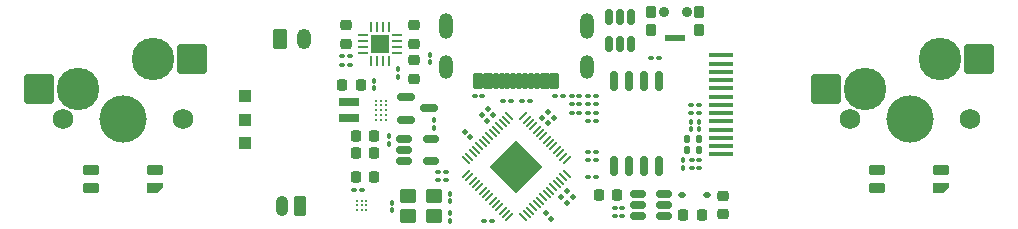
<source format=gbr>
%TF.GenerationSoftware,KiCad,Pcbnew,9.0.3*%
%TF.CreationDate,2025-07-19T05:00:43-04:00*%
%TF.ProjectId,board,626f6172-642e-46b6-9963-61645f706362,rev?*%
%TF.SameCoordinates,Original*%
%TF.FileFunction,Soldermask,Bot*%
%TF.FilePolarity,Negative*%
%FSLAX46Y46*%
G04 Gerber Fmt 4.6, Leading zero omitted, Abs format (unit mm)*
G04 Created by KiCad (PCBNEW 9.0.3) date 2025-07-19 05:00:43*
%MOMM*%
%LPD*%
G01*
G04 APERTURE LIST*
G04 Aperture macros list*
%AMRoundRect*
0 Rectangle with rounded corners*
0 $1 Rounding radius*
0 $2 $3 $4 $5 $6 $7 $8 $9 X,Y pos of 4 corners*
0 Add a 4 corners polygon primitive as box body*
4,1,4,$2,$3,$4,$5,$6,$7,$8,$9,$2,$3,0*
0 Add four circle primitives for the rounded corners*
1,1,$1+$1,$2,$3*
1,1,$1+$1,$4,$5*
1,1,$1+$1,$6,$7*
1,1,$1+$1,$8,$9*
0 Add four rect primitives between the rounded corners*
20,1,$1+$1,$2,$3,$4,$5,0*
20,1,$1+$1,$4,$5,$6,$7,0*
20,1,$1+$1,$6,$7,$8,$9,0*
20,1,$1+$1,$8,$9,$2,$3,0*%
%AMRotRect*
0 Rectangle, with rotation*
0 The origin of the aperture is its center*
0 $1 length*
0 $2 width*
0 $3 Rotation angle, in degrees counterclockwise*
0 Add horizontal line*
21,1,$1,$2,0,0,$3*%
%AMFreePoly0*
4,1,18,-0.410000,0.593000,-0.403758,0.624380,-0.385983,0.650983,-0.359380,0.668758,-0.328000,0.675000,0.328000,0.675000,0.359380,0.668758,0.385983,0.650983,0.403758,0.624380,0.410000,0.593000,0.410000,-0.593000,0.403758,-0.624380,0.385983,-0.650983,0.359380,-0.668758,0.328000,-0.675000,0.000000,-0.675000,-0.410000,-0.265000,-0.410000,0.593000,-0.410000,0.593000,$1*%
G04 Aperture macros list end*
%ADD10R,1.000000X1.000000*%
%ADD11RoundRect,0.250000X-0.350000X-0.625000X0.350000X-0.625000X0.350000X0.625000X-0.350000X0.625000X0*%
%ADD12O,1.200000X1.750000*%
%ADD13RoundRect,0.250000X0.265000X0.615000X-0.265000X0.615000X-0.265000X-0.615000X0.265000X-0.615000X0*%
%ADD14O,1.030000X1.730000*%
%ADD15RoundRect,0.250000X-1.025000X-1.000000X1.025000X-1.000000X1.025000X1.000000X-1.025000X1.000000X0*%
%ADD16C,1.750000*%
%ADD17C,4.000000*%
%ADD18C,3.600000*%
%ADD19RoundRect,0.100000X0.100000X-0.130000X0.100000X0.130000X-0.100000X0.130000X-0.100000X-0.130000X0*%
%ADD20RoundRect,0.140000X0.140000X0.170000X-0.140000X0.170000X-0.140000X-0.170000X0.140000X-0.170000X0*%
%ADD21RoundRect,0.100000X-0.130000X-0.100000X0.130000X-0.100000X0.130000X0.100000X-0.130000X0.100000X0*%
%ADD22RoundRect,0.100000X-0.162635X0.021213X0.021213X-0.162635X0.162635X-0.021213X-0.021213X0.162635X0*%
%ADD23RoundRect,0.100000X0.162635X-0.021213X-0.021213X0.162635X-0.162635X0.021213X0.021213X-0.162635X0*%
%ADD24RoundRect,0.100000X0.130000X0.100000X-0.130000X0.100000X-0.130000X-0.100000X0.130000X-0.100000X0*%
%ADD25RoundRect,0.050000X0.309359X-0.238649X-0.238649X0.309359X-0.309359X0.238649X0.238649X-0.309359X0*%
%ADD26RoundRect,0.050000X0.309359X0.238649X0.238649X0.309359X-0.309359X-0.238649X-0.238649X-0.309359X0*%
%ADD27RotRect,3.200000X3.200000X135.000000*%
%ADD28RoundRect,0.225000X0.250000X-0.225000X0.250000X0.225000X-0.250000X0.225000X-0.250000X-0.225000X0*%
%ADD29RoundRect,0.218750X0.218750X0.256250X-0.218750X0.256250X-0.218750X-0.256250X0.218750X-0.256250X0*%
%ADD30RoundRect,0.225000X-0.225000X-0.250000X0.225000X-0.250000X0.225000X0.250000X-0.225000X0.250000X0*%
%ADD31RoundRect,0.162500X0.162500X-0.650000X0.162500X0.650000X-0.162500X0.650000X-0.162500X-0.650000X0*%
%ADD32RoundRect,0.225000X-0.250000X0.225000X-0.250000X-0.225000X0.250000X-0.225000X0.250000X0.225000X0*%
%ADD33RoundRect,0.100000X-0.100000X0.130000X-0.100000X-0.130000X0.100000X-0.130000X0.100000X0.130000X0*%
%ADD34C,0.270000*%
%ADD35RoundRect,0.225000X0.225000X0.250000X-0.225000X0.250000X-0.225000X-0.250000X0.225000X-0.250000X0*%
%ADD36RoundRect,0.062500X-0.375000X-0.062500X0.375000X-0.062500X0.375000X0.062500X-0.375000X0.062500X0*%
%ADD37RoundRect,0.062500X-0.062500X-0.375000X0.062500X-0.375000X0.062500X0.375000X-0.062500X0.375000X0*%
%ADD38R,1.600000X1.600000*%
%ADD39C,0.900000*%
%ADD40RoundRect,0.135000X-0.315000X-0.365000X0.315000X-0.365000X0.315000X0.365000X-0.315000X0.365000X0*%
%ADD41RoundRect,0.082500X-0.767500X-0.192500X0.767500X-0.192500X0.767500X0.192500X-0.767500X0.192500X0*%
%ADD42RoundRect,0.250000X-0.450000X-0.350000X0.450000X-0.350000X0.450000X0.350000X-0.450000X0.350000X0*%
%ADD43RoundRect,0.150000X-0.512500X-0.150000X0.512500X-0.150000X0.512500X0.150000X-0.512500X0.150000X0*%
%ADD44RoundRect,0.100000X-0.021213X-0.162635X0.162635X0.021213X0.021213X0.162635X-0.162635X-0.021213X0*%
%ADD45RoundRect,0.102000X-0.300000X-0.550000X0.300000X-0.550000X0.300000X0.550000X-0.300000X0.550000X0*%
%ADD46RoundRect,0.102000X-0.150000X-0.550000X0.150000X-0.550000X0.150000X0.550000X-0.150000X0.550000X0*%
%ADD47O,1.204000X2.004000*%
%ADD48O,1.204000X2.204000*%
%ADD49R,2.000000X0.350000*%
%ADD50RoundRect,0.150000X-0.587500X-0.150000X0.587500X-0.150000X0.587500X0.150000X-0.587500X0.150000X0*%
%ADD51R,1.700000X0.800000*%
%ADD52RoundRect,0.150000X0.150000X-0.512500X0.150000X0.512500X-0.150000X0.512500X-0.150000X-0.512500X0*%
%ADD53RoundRect,0.150000X0.512500X0.150000X-0.512500X0.150000X-0.512500X-0.150000X0.512500X-0.150000X0*%
%ADD54C,0.210000*%
%ADD55RoundRect,0.112500X0.187500X0.112500X-0.187500X0.112500X-0.187500X-0.112500X0.187500X-0.112500X0*%
%ADD56RoundRect,0.100000X0.021213X0.162635X-0.162635X-0.021213X-0.021213X-0.162635X0.162635X0.021213X0*%
%ADD57RoundRect,0.082000X0.593000X-0.328000X0.593000X0.328000X-0.593000X0.328000X-0.593000X-0.328000X0*%
%ADD58FreePoly0,90.000000*%
G04 APERTURE END LIST*
D10*
%TO.C,TP3*%
X40050000Y-31750000D03*
%TD*%
%TO.C,TP1*%
X40050000Y-29750000D03*
%TD*%
D11*
%TO.C,J2*%
X43000000Y-22950000D03*
D12*
X45000001Y-22950000D03*
%TD*%
D13*
%TO.C,J3*%
X44650000Y-37025000D03*
D14*
X43150000Y-37025000D03*
%TD*%
D15*
%TO.C,SW1*%
X22615000Y-27160000D03*
D16*
X24620001Y-29700000D03*
D17*
X29700000Y-29700000D03*
D16*
X34779999Y-29700000D03*
D15*
X35542000Y-24620000D03*
D18*
X25890000Y-27160000D03*
X32240000Y-24620000D03*
%TD*%
D15*
%TO.C,SW2*%
X89215000Y-27160000D03*
D16*
X91220001Y-29700000D03*
D17*
X96300000Y-29700000D03*
D16*
X101379999Y-29700000D03*
D15*
X102142000Y-24620000D03*
D18*
X92490000Y-27160000D03*
X98840000Y-24620000D03*
%TD*%
D19*
%TO.C,R18*%
X52200000Y-31820000D03*
X52200000Y-31180000D03*
%TD*%
D20*
%TO.C,C22*%
X78450000Y-32330000D03*
X77490000Y-32330000D03*
%TD*%
D21*
%TO.C,C13*%
X69080000Y-29850000D03*
X69720000Y-29850000D03*
%TD*%
%TO.C,R21*%
X77855000Y-33850000D03*
X78495000Y-33850000D03*
%TD*%
%TO.C,C1*%
X69080000Y-29150000D03*
X69720000Y-29150000D03*
%TD*%
D22*
%TO.C,R5*%
X66817678Y-36317678D03*
X67270226Y-36770226D03*
%TD*%
D21*
%TO.C,R8*%
X69080000Y-33200001D03*
X69720000Y-33200001D03*
%TD*%
D23*
%TO.C,R19*%
X60526274Y-29826274D03*
X60073726Y-29373726D03*
%TD*%
D24*
%TO.C,C14*%
X57020000Y-34150000D03*
X56380000Y-34150000D03*
%TD*%
D22*
%TO.C,R20*%
X60568700Y-28878752D03*
X61021248Y-29331300D03*
%TD*%
D21*
%TO.C,C8*%
X67680000Y-27750000D03*
X68320000Y-27750000D03*
%TD*%
%TO.C,R13*%
X60280000Y-38300000D03*
X60920000Y-38300000D03*
%TD*%
%TO.C,C9*%
X67680000Y-29150000D03*
X68320000Y-29150000D03*
%TD*%
D24*
%TO.C,C34*%
X49900000Y-35700000D03*
X49260000Y-35700000D03*
%TD*%
D19*
%TO.C,C25*%
X77800000Y-30575000D03*
X77800000Y-29935000D03*
%TD*%
D24*
%TO.C,C10*%
X69720000Y-27750000D03*
X69080000Y-27750000D03*
%TD*%
D21*
%TO.C,R17*%
X71330000Y-37925000D03*
X71970000Y-37925000D03*
%TD*%
D25*
%TO.C,U2*%
X67269157Y-34342202D03*
X66986314Y-34625045D03*
X66703472Y-34907887D03*
X66420629Y-35190730D03*
X66137786Y-35473573D03*
X65854944Y-35756415D03*
X65572101Y-36039258D03*
X65289258Y-36322101D03*
X65006415Y-36604944D03*
X64723573Y-36887786D03*
X64440730Y-37170629D03*
X64157887Y-37453472D03*
X63875045Y-37736314D03*
X63592202Y-38019157D03*
D26*
X62407798Y-38019157D03*
X62124955Y-37736314D03*
X61842113Y-37453472D03*
X61559270Y-37170629D03*
X61276427Y-36887786D03*
X60993585Y-36604944D03*
X60710742Y-36322101D03*
X60427899Y-36039258D03*
X60145056Y-35756415D03*
X59862214Y-35473573D03*
X59579371Y-35190730D03*
X59296528Y-34907887D03*
X59013686Y-34625045D03*
X58730843Y-34342202D03*
D25*
X58730843Y-33157798D03*
X59013686Y-32874955D03*
X59296528Y-32592113D03*
X59579371Y-32309270D03*
X59862214Y-32026427D03*
X60145056Y-31743585D03*
X60427899Y-31460742D03*
X60710742Y-31177899D03*
X60993585Y-30895056D03*
X61276427Y-30612214D03*
X61559270Y-30329371D03*
X61842113Y-30046528D03*
X62124955Y-29763686D03*
X62407798Y-29480843D03*
D26*
X63592202Y-29480843D03*
X63875045Y-29763686D03*
X64157887Y-30046528D03*
X64440730Y-30329371D03*
X64723573Y-30612214D03*
X65006415Y-30895056D03*
X65289258Y-31177899D03*
X65572101Y-31460742D03*
X65854944Y-31743585D03*
X66137786Y-32026427D03*
X66420629Y-32309270D03*
X66703472Y-32592113D03*
X66986314Y-32874955D03*
X67269157Y-33157798D03*
D27*
X63000000Y-33750000D03*
%TD*%
D23*
%TO.C,C4*%
X59076274Y-31226274D03*
X58623726Y-30773726D03*
%TD*%
D28*
%TO.C,C17*%
X54299997Y-26275000D03*
X54299997Y-24725000D03*
%TD*%
D21*
%TO.C,C5*%
X69080000Y-34650000D03*
X69720000Y-34650000D03*
%TD*%
D29*
%TO.C,L2*%
X78727501Y-37860000D03*
X77152499Y-37860000D03*
%TD*%
D19*
%TO.C,R1*%
X57411213Y-36655000D03*
X57411213Y-36015000D03*
%TD*%
D30*
%TO.C,C33*%
X49425000Y-34600000D03*
X50975000Y-34600000D03*
%TD*%
D31*
%TO.C,U3*%
X75055000Y-33687500D03*
X73785000Y-33687500D03*
X72515000Y-33687500D03*
X71245000Y-33687500D03*
X71245000Y-26512500D03*
X72515000Y-26512500D03*
X73785000Y-26512500D03*
X75055000Y-26512500D03*
%TD*%
D32*
%TO.C,C35*%
X80500000Y-36225000D03*
X80500000Y-37775000D03*
%TD*%
D33*
%TO.C,R22*%
X77100000Y-33180000D03*
X77100000Y-33820000D03*
%TD*%
D19*
%TO.C,C28*%
X50950000Y-27100000D03*
X50950000Y-26460000D03*
%TD*%
D21*
%TO.C,C3*%
X66280000Y-27750000D03*
X66920000Y-27750000D03*
%TD*%
D33*
%TO.C,C15*%
X57411213Y-37660000D03*
X57411213Y-38300000D03*
%TD*%
D34*
%TO.C,U9*%
X50300000Y-36600000D03*
X49900000Y-36600000D03*
X49500000Y-36600000D03*
X50300000Y-37000000D03*
X49900000Y-37000000D03*
X49500000Y-37000000D03*
X50300000Y-37400000D03*
X49900000Y-37400000D03*
X49500000Y-37400000D03*
%TD*%
D20*
%TO.C,C26*%
X78450000Y-31410000D03*
X77490000Y-31410000D03*
%TD*%
D35*
%TO.C,C29*%
X50975000Y-32600000D03*
X49425000Y-32600000D03*
%TD*%
D36*
%TO.C,U4*%
X50000000Y-24100000D03*
X50000000Y-23600000D03*
X50000000Y-23100000D03*
X50000000Y-22600000D03*
D37*
X50687500Y-21912500D03*
X51187500Y-21912500D03*
X51687500Y-21912500D03*
X52187500Y-21912500D03*
D36*
X52875000Y-22600000D03*
X52875000Y-23100000D03*
X52875000Y-23600000D03*
X52875000Y-24100000D03*
D37*
X52187500Y-24787500D03*
X51687500Y-24787500D03*
X51187500Y-24787500D03*
X50687500Y-24787500D03*
D38*
X51437500Y-23350000D03*
%TD*%
D28*
%TO.C,C21*%
X48575001Y-23324999D03*
X48575001Y-21774999D03*
%TD*%
D21*
%TO.C,R11*%
X48280000Y-25100000D03*
X48920000Y-25100000D03*
%TD*%
D39*
%TO.C,SW3*%
X75475000Y-20650000D03*
X77425000Y-20650000D03*
D40*
X74400001Y-22200000D03*
X78499999Y-22200000D03*
X74400001Y-20600000D03*
X78499999Y-20600000D03*
D41*
X76450000Y-22825000D03*
%TD*%
D24*
%TO.C,C6*%
X60120000Y-27750000D03*
X59480000Y-27750000D03*
%TD*%
D42*
%TO.C,Y1*%
X53850000Y-36250000D03*
X56050000Y-36250000D03*
X56050000Y-37950000D03*
X53850000Y-37950000D03*
%TD*%
D19*
%TO.C,C23*%
X78500000Y-30570000D03*
X78500000Y-29930000D03*
%TD*%
D24*
%TO.C,C19*%
X75050000Y-24550000D03*
X74410000Y-24550000D03*
%TD*%
%TO.C,R3*%
X62520000Y-28200000D03*
X61880000Y-28200000D03*
%TD*%
D21*
%TO.C,R14*%
X77830000Y-29200000D03*
X78470000Y-29200000D03*
%TD*%
%TO.C,C32*%
X71330000Y-37200000D03*
X71970000Y-37200000D03*
%TD*%
D23*
%TO.C,R4*%
X67770226Y-36270226D03*
X67317678Y-35817678D03*
%TD*%
D43*
%TO.C,U7*%
X53500000Y-33249999D03*
X53500000Y-32300000D03*
X53500000Y-31350001D03*
X55775000Y-31350001D03*
X55775000Y-33249999D03*
%TD*%
D19*
%TO.C,R10*%
X55710000Y-24895000D03*
X55710000Y-24255000D03*
%TD*%
%TO.C,R16*%
X56050000Y-30420000D03*
X56050000Y-29780000D03*
%TD*%
D21*
%TO.C,C12*%
X67680000Y-28450000D03*
X68320000Y-28450000D03*
%TD*%
D10*
%TO.C,TP2*%
X40050000Y-27750000D03*
%TD*%
D24*
%TO.C,C11*%
X69720000Y-28450000D03*
X69080000Y-28450000D03*
%TD*%
D21*
%TO.C,R9*%
X69080000Y-32500005D03*
X69720000Y-32500005D03*
%TD*%
D24*
%TO.C,C2*%
X57020000Y-34850000D03*
X56380000Y-34850000D03*
%TD*%
D44*
%TO.C,R6*%
X65698701Y-30071249D03*
X66151249Y-29618701D03*
%TD*%
D45*
%TO.C,J1*%
X59800000Y-26450000D03*
X60600000Y-26450000D03*
D46*
X61750000Y-26450000D03*
X62750000Y-26450000D03*
X63250000Y-26450000D03*
X64250000Y-26450000D03*
D45*
X66200000Y-26450000D03*
X65400000Y-26450000D03*
D46*
X64750000Y-26450000D03*
X63750000Y-26450000D03*
X62250000Y-26450000D03*
X61250000Y-26450000D03*
D47*
X57050000Y-25300000D03*
X68950000Y-25300000D03*
D48*
X57050000Y-21800000D03*
X68950000Y-21800000D03*
%TD*%
D49*
%TO.C,DS1*%
X80300000Y-32700000D03*
X80300000Y-32000000D03*
X80300000Y-31300000D03*
X80300000Y-30600000D03*
X80300000Y-29900000D03*
X80300000Y-29200000D03*
X80300000Y-28500000D03*
X80300000Y-27800000D03*
X80300000Y-27100000D03*
X80300000Y-26400000D03*
X80300000Y-25700000D03*
X80300000Y-25000000D03*
X80300000Y-24300000D03*
%TD*%
D50*
%TO.C,U5*%
X53702500Y-29750000D03*
X53702500Y-27850000D03*
X55577500Y-28800000D03*
%TD*%
D30*
%TO.C,C31*%
X70000000Y-36125000D03*
X71550000Y-36125000D03*
%TD*%
D24*
%TO.C,R12*%
X48920000Y-24400000D03*
X48280000Y-24400000D03*
%TD*%
D35*
%TO.C,C27*%
X49825000Y-26800000D03*
X48275000Y-26800000D03*
%TD*%
D51*
%TO.C,L1*%
X48850000Y-28300001D03*
X48850000Y-29600001D03*
%TD*%
D52*
%TO.C,U1*%
X72712500Y-23350000D03*
X71762501Y-23350000D03*
X70812502Y-23350000D03*
X70812502Y-21075000D03*
X71762501Y-21075000D03*
X72712500Y-21075000D03*
%TD*%
D19*
%TO.C,C16*%
X52500000Y-37420001D03*
X52500000Y-36780001D03*
%TD*%
D22*
%TO.C,C7*%
X65473726Y-37673726D03*
X65926274Y-38126274D03*
%TD*%
D21*
%TO.C,R15*%
X77830000Y-28500000D03*
X78470000Y-28500000D03*
%TD*%
D53*
%TO.C,U8*%
X75537500Y-36050001D03*
X75537500Y-37000000D03*
X75537500Y-37949999D03*
X73262500Y-37949999D03*
X73262500Y-37000000D03*
X73262500Y-36050001D03*
%TD*%
D54*
%TO.C,U6*%
X51937500Y-28150000D03*
X51537500Y-28150001D03*
X51137500Y-28150000D03*
X51937500Y-28550000D03*
X51537500Y-28550000D03*
X51137500Y-28550000D03*
X51937500Y-28950000D03*
X51537500Y-28950000D03*
X51137500Y-28950000D03*
X51937500Y-29350000D03*
X51537500Y-29350000D03*
X51137500Y-29350000D03*
X51937500Y-29750000D03*
X51537500Y-29749999D03*
X51137500Y-29750000D03*
%TD*%
D55*
%TO.C,D3*%
X79150000Y-36160000D03*
X77050000Y-36160000D03*
%TD*%
D56*
%TO.C,R7*%
X65656274Y-29123726D03*
X65203726Y-29576274D03*
%TD*%
D24*
%TO.C,R2*%
X64120000Y-28200000D03*
X63480000Y-28200000D03*
%TD*%
D57*
%TO.C,D1*%
X26950000Y-34000000D03*
X26950000Y-35500000D03*
X32400000Y-34000000D03*
D58*
X32400000Y-35500000D03*
%TD*%
D19*
%TO.C,C18*%
X52950000Y-26120000D03*
X52950000Y-25480000D03*
%TD*%
D24*
%TO.C,C24*%
X78500000Y-33150000D03*
X77860000Y-33150000D03*
%TD*%
D35*
%TO.C,C30*%
X50975000Y-31100000D03*
X49425000Y-31100000D03*
%TD*%
D57*
%TO.C,D2*%
X93550000Y-34000000D03*
X93550000Y-35500000D03*
X99000000Y-34000000D03*
D58*
X99000000Y-35500000D03*
%TD*%
D32*
%TO.C,C20*%
X54300000Y-21774999D03*
X54300000Y-23324999D03*
%TD*%
M02*

</source>
